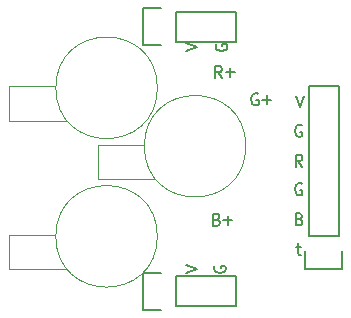
<source format=gbr>
G04 #@! TF.GenerationSoftware,KiCad,Pcbnew,(5.0.0)*
G04 #@! TF.CreationDate,2018-11-19T11:24:39+03:00*
G04 #@! TF.ProjectId,NeoP_1x3,4E656F505F3178332E6B696361645F70,rev?*
G04 #@! TF.SameCoordinates,Original*
G04 #@! TF.FileFunction,Legend,Top*
G04 #@! TF.FilePolarity,Positive*
%FSLAX46Y46*%
G04 Gerber Fmt 4.6, Leading zero omitted, Abs format (unit mm)*
G04 Created by KiCad (PCBNEW (5.0.0)) date 11/19/18 11:24:39*
%MOMM*%
%LPD*%
G01*
G04 APERTURE LIST*
%ADD10C,0.150000*%
%ADD11C,0.200000*%
%ADD12C,0.120000*%
G04 APERTURE END LIST*
D10*
X118361904Y-81800000D02*
X118266666Y-81752380D01*
X118123809Y-81752380D01*
X117980952Y-81800000D01*
X117885714Y-81895238D01*
X117838095Y-81990476D01*
X117790476Y-82180952D01*
X117790476Y-82323809D01*
X117838095Y-82514285D01*
X117885714Y-82609523D01*
X117980952Y-82704761D01*
X118123809Y-82752380D01*
X118219047Y-82752380D01*
X118361904Y-82704761D01*
X118409523Y-82657142D01*
X118409523Y-82323809D01*
X118219047Y-82323809D01*
X115309523Y-80452380D02*
X114976190Y-79976190D01*
X114738095Y-80452380D02*
X114738095Y-79452380D01*
X115119047Y-79452380D01*
X115214285Y-79500000D01*
X115261904Y-79547619D01*
X115309523Y-79642857D01*
X115309523Y-79785714D01*
X115261904Y-79880952D01*
X115214285Y-79928571D01*
X115119047Y-79976190D01*
X114738095Y-79976190D01*
X114871428Y-92428571D02*
X115014285Y-92476190D01*
X115061904Y-92523809D01*
X115109523Y-92619047D01*
X115109523Y-92761904D01*
X115061904Y-92857142D01*
X115014285Y-92904761D01*
X114919047Y-92952380D01*
X114538095Y-92952380D01*
X114538095Y-91952380D01*
X114871428Y-91952380D01*
X114966666Y-92000000D01*
X115014285Y-92047619D01*
X115061904Y-92142857D01*
X115061904Y-92238095D01*
X115014285Y-92333333D01*
X114966666Y-92380952D01*
X114871428Y-92428571D01*
X114538095Y-92428571D01*
D11*
X115419047Y-92471428D02*
X116180952Y-92471428D01*
X115800000Y-92852380D02*
X115800000Y-92090476D01*
X118719047Y-82271428D02*
X119480952Y-82271428D01*
X119100000Y-82652380D02*
X119100000Y-81890476D01*
X115619047Y-79971428D02*
X116380952Y-79971428D01*
X116000000Y-80352380D02*
X116000000Y-79590476D01*
D10*
X112228380Y-96980333D02*
X113228380Y-96647000D01*
X112228380Y-96313666D01*
X114689000Y-96385095D02*
X114641380Y-96480333D01*
X114641380Y-96623190D01*
X114689000Y-96766047D01*
X114784238Y-96861285D01*
X114879476Y-96908904D01*
X115069952Y-96956523D01*
X115212809Y-96956523D01*
X115403285Y-96908904D01*
X115498523Y-96861285D01*
X115593761Y-96766047D01*
X115641380Y-96623190D01*
X115641380Y-96527952D01*
X115593761Y-96385095D01*
X115546142Y-96337476D01*
X115212809Y-96337476D01*
X115212809Y-96527952D01*
X114816000Y-77589095D02*
X114768380Y-77684333D01*
X114768380Y-77827190D01*
X114816000Y-77970047D01*
X114911238Y-78065285D01*
X115006476Y-78112904D01*
X115196952Y-78160523D01*
X115339809Y-78160523D01*
X115530285Y-78112904D01*
X115625523Y-78065285D01*
X115720761Y-77970047D01*
X115768380Y-77827190D01*
X115768380Y-77731952D01*
X115720761Y-77589095D01*
X115673142Y-77541476D01*
X115339809Y-77541476D01*
X115339809Y-77731952D01*
X112228380Y-78184333D02*
X113228380Y-77851000D01*
X112228380Y-77517666D01*
X121602523Y-94781714D02*
X121983476Y-94781714D01*
X121745380Y-94448380D02*
X121745380Y-95305523D01*
X121793000Y-95400761D01*
X121888238Y-95448380D01*
X121983476Y-95448380D01*
X121864428Y-92384571D02*
X122007285Y-92432190D01*
X122054904Y-92479809D01*
X122102523Y-92575047D01*
X122102523Y-92717904D01*
X122054904Y-92813142D01*
X122007285Y-92860761D01*
X121912047Y-92908380D01*
X121531095Y-92908380D01*
X121531095Y-91908380D01*
X121864428Y-91908380D01*
X121959666Y-91956000D01*
X122007285Y-92003619D01*
X122054904Y-92098857D01*
X122054904Y-92194095D01*
X122007285Y-92289333D01*
X121959666Y-92336952D01*
X121864428Y-92384571D01*
X121531095Y-92384571D01*
X122054904Y-89416000D02*
X121959666Y-89368380D01*
X121816809Y-89368380D01*
X121673952Y-89416000D01*
X121578714Y-89511238D01*
X121531095Y-89606476D01*
X121483476Y-89796952D01*
X121483476Y-89939809D01*
X121531095Y-90130285D01*
X121578714Y-90225523D01*
X121673952Y-90320761D01*
X121816809Y-90368380D01*
X121912047Y-90368380D01*
X122054904Y-90320761D01*
X122102523Y-90273142D01*
X122102523Y-89939809D01*
X121912047Y-89939809D01*
X122102523Y-87955380D02*
X121769190Y-87479190D01*
X121531095Y-87955380D02*
X121531095Y-86955380D01*
X121912047Y-86955380D01*
X122007285Y-87003000D01*
X122054904Y-87050619D01*
X122102523Y-87145857D01*
X122102523Y-87288714D01*
X122054904Y-87383952D01*
X122007285Y-87431571D01*
X121912047Y-87479190D01*
X121531095Y-87479190D01*
X122054904Y-84463000D02*
X121959666Y-84415380D01*
X121816809Y-84415380D01*
X121673952Y-84463000D01*
X121578714Y-84558238D01*
X121531095Y-84653476D01*
X121483476Y-84843952D01*
X121483476Y-84986809D01*
X121531095Y-85177285D01*
X121578714Y-85272523D01*
X121673952Y-85367761D01*
X121816809Y-85415380D01*
X121912047Y-85415380D01*
X122054904Y-85367761D01*
X122102523Y-85320142D01*
X122102523Y-84986809D01*
X121912047Y-84986809D01*
X121586666Y-81938880D02*
X121920000Y-82938880D01*
X122253333Y-81938880D01*
G04 #@! TO.C,J1*
X125450000Y-96650000D02*
X122350000Y-96650000D01*
X125450000Y-95100000D02*
X125450000Y-96650000D01*
X122630000Y-93830000D02*
X125170000Y-93830000D01*
X122350000Y-96650000D02*
X122350000Y-95100000D01*
X125170000Y-81130000D02*
X125170000Y-93830000D01*
X122630000Y-81130000D02*
X125170000Y-81130000D01*
X122630000Y-93830000D02*
X122630000Y-81130000D01*
G04 #@! TO.C,J2*
X110160000Y-74550000D02*
X108610000Y-74550000D01*
X108610000Y-74550000D02*
X108610000Y-77650000D01*
X108610000Y-77650000D02*
X110160000Y-77650000D01*
X111430000Y-74830000D02*
X116510000Y-74830000D01*
X116510000Y-74830000D02*
X116510000Y-77370000D01*
X116510000Y-77370000D02*
X111430000Y-77370000D01*
X111430000Y-77370000D02*
X111430000Y-74830000D01*
G04 #@! TO.C,J3*
X111430000Y-99770000D02*
X111430000Y-97230000D01*
X116510000Y-99770000D02*
X111430000Y-99770000D01*
X116510000Y-97230000D02*
X116510000Y-99770000D01*
X111430000Y-97230000D02*
X116510000Y-97230000D01*
X108610000Y-100050000D02*
X110160000Y-100050000D01*
X108610000Y-96950000D02*
X108610000Y-100050000D01*
X110160000Y-96950000D02*
X108610000Y-96950000D01*
D12*
G04 #@! TO.C,D1*
X97278000Y-84074000D02*
X102104000Y-84074000D01*
X97278000Y-81153000D02*
X97278000Y-84074000D01*
X101088000Y-81153000D02*
X97278000Y-81153000D01*
X109833000Y-81280000D02*
G75*
G03X109833000Y-81280000I-4300000J0D01*
G01*
G04 #@! TO.C,D2*
X117325000Y-86225000D02*
G75*
G03X117325000Y-86225000I-4300000J0D01*
G01*
X108580000Y-86098000D02*
X104770000Y-86098000D01*
X104770000Y-86098000D02*
X104770000Y-89019000D01*
X104770000Y-89019000D02*
X109596000Y-89019000D01*
G04 #@! TO.C,D3*
X97278000Y-96647000D02*
X102104000Y-96647000D01*
X97278000Y-93726000D02*
X97278000Y-96647000D01*
X101088000Y-93726000D02*
X97278000Y-93726000D01*
X109833000Y-93853000D02*
G75*
G03X109833000Y-93853000I-4300000J0D01*
G01*
G04 #@! TD*
M02*

</source>
